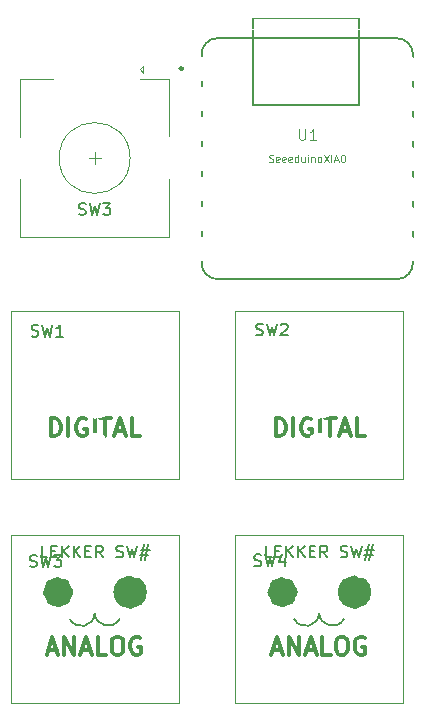
<source format=gto>
%TF.GenerationSoftware,KiCad,Pcbnew,7.0.1*%
%TF.CreationDate,2023-03-19T03:20:37-04:00*%
%TF.ProjectId,Fluxpad,466c7578-7061-4642-9e6b-696361645f70,rev?*%
%TF.SameCoordinates,Original*%
%TF.FileFunction,Legend,Top*%
%TF.FilePolarity,Positive*%
%FSLAX46Y46*%
G04 Gerber Fmt 4.6, Leading zero omitted, Abs format (unit mm)*
G04 Created by KiCad (PCBNEW 7.0.1) date 2023-03-19 03:20:37*
%MOMM*%
%LPD*%
G01*
G04 APERTURE LIST*
%ADD10C,0.200000*%
%ADD11C,1.300000*%
%ADD12C,1.403840*%
%ADD13C,0.300000*%
%ADD14C,0.150000*%
%ADD15C,0.101600*%
%ADD16C,0.076200*%
%ADD17C,0.120000*%
%ADD18C,0.127000*%
%ADD19C,0.254000*%
%ADD20C,1.448000*%
%ADD21C,1.750000*%
%ADD22O,3.000000X2.000000*%
%ADD23C,3.050000*%
%ADD24C,4.000000*%
%ADD25C,2.800000*%
%ADD26C,2.000000*%
%ADD27R,2.000000X2.000000*%
%ADD28O,2.000000X3.600000*%
%TA.AperFunction,Profile*%
%ADD29C,0.100000*%
%TD*%
G04 APERTURE END LIST*
D10*
X108399946Y-115000030D02*
G75*
G03*
X110499999Y-114500000I979354J546830D01*
G01*
D11*
X127050000Y-112700000D02*
G75*
G03*
X127050000Y-112700000I-650000J0D01*
G01*
D10*
X127399946Y-115000030D02*
G75*
G03*
X129499999Y-114500000I979354J546830D01*
G01*
D12*
X114201920Y-112700000D02*
G75*
G03*
X114201920Y-112700000I-701920J0D01*
G01*
D11*
X108050000Y-112700000D02*
G75*
G03*
X108050000Y-112700000I-650000J0D01*
G01*
D12*
X133201920Y-112700000D02*
G75*
G03*
X133201920Y-112700000I-701920J0D01*
G01*
D10*
X129500070Y-114499995D02*
G75*
G03*
X131600000Y-115000000I1129230J82895D01*
G01*
X110499930Y-114500005D02*
G75*
G03*
X112600000Y-115000000I1129270J82805D01*
G01*
D13*
X106771428Y-99493928D02*
X106771428Y-97993928D01*
X106771428Y-97993928D02*
X107128571Y-97993928D01*
X107128571Y-97993928D02*
X107342857Y-98065357D01*
X107342857Y-98065357D02*
X107485714Y-98208214D01*
X107485714Y-98208214D02*
X107557143Y-98351071D01*
X107557143Y-98351071D02*
X107628571Y-98636785D01*
X107628571Y-98636785D02*
X107628571Y-98851071D01*
X107628571Y-98851071D02*
X107557143Y-99136785D01*
X107557143Y-99136785D02*
X107485714Y-99279642D01*
X107485714Y-99279642D02*
X107342857Y-99422500D01*
X107342857Y-99422500D02*
X107128571Y-99493928D01*
X107128571Y-99493928D02*
X106771428Y-99493928D01*
X108271428Y-99493928D02*
X108271428Y-97993928D01*
X109771429Y-98065357D02*
X109628572Y-97993928D01*
X109628572Y-97993928D02*
X109414286Y-97993928D01*
X109414286Y-97993928D02*
X109200000Y-98065357D01*
X109200000Y-98065357D02*
X109057143Y-98208214D01*
X109057143Y-98208214D02*
X108985714Y-98351071D01*
X108985714Y-98351071D02*
X108914286Y-98636785D01*
X108914286Y-98636785D02*
X108914286Y-98851071D01*
X108914286Y-98851071D02*
X108985714Y-99136785D01*
X108985714Y-99136785D02*
X109057143Y-99279642D01*
X109057143Y-99279642D02*
X109200000Y-99422500D01*
X109200000Y-99422500D02*
X109414286Y-99493928D01*
X109414286Y-99493928D02*
X109557143Y-99493928D01*
X109557143Y-99493928D02*
X109771429Y-99422500D01*
X109771429Y-99422500D02*
X109842857Y-99351071D01*
X109842857Y-99351071D02*
X109842857Y-98851071D01*
X109842857Y-98851071D02*
X109557143Y-98851071D01*
X110485714Y-99493928D02*
X110485714Y-97993928D01*
X110985715Y-97993928D02*
X111842858Y-97993928D01*
X111414286Y-99493928D02*
X111414286Y-97993928D01*
X112271429Y-99065357D02*
X112985715Y-99065357D01*
X112128572Y-99493928D02*
X112628572Y-97993928D01*
X112628572Y-97993928D02*
X113128572Y-99493928D01*
X114342857Y-99493928D02*
X113628571Y-99493928D01*
X113628571Y-99493928D02*
X113628571Y-97993928D01*
X125571428Y-117565357D02*
X126285714Y-117565357D01*
X125428571Y-117993928D02*
X125928571Y-116493928D01*
X125928571Y-116493928D02*
X126428571Y-117993928D01*
X126928570Y-117993928D02*
X126928570Y-116493928D01*
X126928570Y-116493928D02*
X127785713Y-117993928D01*
X127785713Y-117993928D02*
X127785713Y-116493928D01*
X128428571Y-117565357D02*
X129142857Y-117565357D01*
X128285714Y-117993928D02*
X128785714Y-116493928D01*
X128785714Y-116493928D02*
X129285714Y-117993928D01*
X130499999Y-117993928D02*
X129785713Y-117993928D01*
X129785713Y-117993928D02*
X129785713Y-116493928D01*
X131285714Y-116493928D02*
X131571428Y-116493928D01*
X131571428Y-116493928D02*
X131714285Y-116565357D01*
X131714285Y-116565357D02*
X131857142Y-116708214D01*
X131857142Y-116708214D02*
X131928571Y-116993928D01*
X131928571Y-116993928D02*
X131928571Y-117493928D01*
X131928571Y-117493928D02*
X131857142Y-117779642D01*
X131857142Y-117779642D02*
X131714285Y-117922500D01*
X131714285Y-117922500D02*
X131571428Y-117993928D01*
X131571428Y-117993928D02*
X131285714Y-117993928D01*
X131285714Y-117993928D02*
X131142857Y-117922500D01*
X131142857Y-117922500D02*
X130999999Y-117779642D01*
X130999999Y-117779642D02*
X130928571Y-117493928D01*
X130928571Y-117493928D02*
X130928571Y-116993928D01*
X130928571Y-116993928D02*
X130999999Y-116708214D01*
X130999999Y-116708214D02*
X131142857Y-116565357D01*
X131142857Y-116565357D02*
X131285714Y-116493928D01*
X133357143Y-116565357D02*
X133214286Y-116493928D01*
X133214286Y-116493928D02*
X133000000Y-116493928D01*
X133000000Y-116493928D02*
X132785714Y-116565357D01*
X132785714Y-116565357D02*
X132642857Y-116708214D01*
X132642857Y-116708214D02*
X132571428Y-116851071D01*
X132571428Y-116851071D02*
X132500000Y-117136785D01*
X132500000Y-117136785D02*
X132500000Y-117351071D01*
X132500000Y-117351071D02*
X132571428Y-117636785D01*
X132571428Y-117636785D02*
X132642857Y-117779642D01*
X132642857Y-117779642D02*
X132785714Y-117922500D01*
X132785714Y-117922500D02*
X133000000Y-117993928D01*
X133000000Y-117993928D02*
X133142857Y-117993928D01*
X133142857Y-117993928D02*
X133357143Y-117922500D01*
X133357143Y-117922500D02*
X133428571Y-117851071D01*
X133428571Y-117851071D02*
X133428571Y-117351071D01*
X133428571Y-117351071D02*
X133142857Y-117351071D01*
X125821428Y-99493928D02*
X125821428Y-97993928D01*
X125821428Y-97993928D02*
X126178571Y-97993928D01*
X126178571Y-97993928D02*
X126392857Y-98065357D01*
X126392857Y-98065357D02*
X126535714Y-98208214D01*
X126535714Y-98208214D02*
X126607143Y-98351071D01*
X126607143Y-98351071D02*
X126678571Y-98636785D01*
X126678571Y-98636785D02*
X126678571Y-98851071D01*
X126678571Y-98851071D02*
X126607143Y-99136785D01*
X126607143Y-99136785D02*
X126535714Y-99279642D01*
X126535714Y-99279642D02*
X126392857Y-99422500D01*
X126392857Y-99422500D02*
X126178571Y-99493928D01*
X126178571Y-99493928D02*
X125821428Y-99493928D01*
X127321428Y-99493928D02*
X127321428Y-97993928D01*
X128821429Y-98065357D02*
X128678572Y-97993928D01*
X128678572Y-97993928D02*
X128464286Y-97993928D01*
X128464286Y-97993928D02*
X128250000Y-98065357D01*
X128250000Y-98065357D02*
X128107143Y-98208214D01*
X128107143Y-98208214D02*
X128035714Y-98351071D01*
X128035714Y-98351071D02*
X127964286Y-98636785D01*
X127964286Y-98636785D02*
X127964286Y-98851071D01*
X127964286Y-98851071D02*
X128035714Y-99136785D01*
X128035714Y-99136785D02*
X128107143Y-99279642D01*
X128107143Y-99279642D02*
X128250000Y-99422500D01*
X128250000Y-99422500D02*
X128464286Y-99493928D01*
X128464286Y-99493928D02*
X128607143Y-99493928D01*
X128607143Y-99493928D02*
X128821429Y-99422500D01*
X128821429Y-99422500D02*
X128892857Y-99351071D01*
X128892857Y-99351071D02*
X128892857Y-98851071D01*
X128892857Y-98851071D02*
X128607143Y-98851071D01*
X129535714Y-99493928D02*
X129535714Y-97993928D01*
X130035715Y-97993928D02*
X130892858Y-97993928D01*
X130464286Y-99493928D02*
X130464286Y-97993928D01*
X131321429Y-99065357D02*
X132035715Y-99065357D01*
X131178572Y-99493928D02*
X131678572Y-97993928D01*
X131678572Y-97993928D02*
X132178572Y-99493928D01*
X133392857Y-99493928D02*
X132678571Y-99493928D01*
X132678571Y-99493928D02*
X132678571Y-97993928D01*
X106571428Y-117565357D02*
X107285714Y-117565357D01*
X106428571Y-117993928D02*
X106928571Y-116493928D01*
X106928571Y-116493928D02*
X107428571Y-117993928D01*
X107928570Y-117993928D02*
X107928570Y-116493928D01*
X107928570Y-116493928D02*
X108785713Y-117993928D01*
X108785713Y-117993928D02*
X108785713Y-116493928D01*
X109428571Y-117565357D02*
X110142857Y-117565357D01*
X109285714Y-117993928D02*
X109785714Y-116493928D01*
X109785714Y-116493928D02*
X110285714Y-117993928D01*
X111499999Y-117993928D02*
X110785713Y-117993928D01*
X110785713Y-117993928D02*
X110785713Y-116493928D01*
X112285714Y-116493928D02*
X112571428Y-116493928D01*
X112571428Y-116493928D02*
X112714285Y-116565357D01*
X112714285Y-116565357D02*
X112857142Y-116708214D01*
X112857142Y-116708214D02*
X112928571Y-116993928D01*
X112928571Y-116993928D02*
X112928571Y-117493928D01*
X112928571Y-117493928D02*
X112857142Y-117779642D01*
X112857142Y-117779642D02*
X112714285Y-117922500D01*
X112714285Y-117922500D02*
X112571428Y-117993928D01*
X112571428Y-117993928D02*
X112285714Y-117993928D01*
X112285714Y-117993928D02*
X112142857Y-117922500D01*
X112142857Y-117922500D02*
X111999999Y-117779642D01*
X111999999Y-117779642D02*
X111928571Y-117493928D01*
X111928571Y-117493928D02*
X111928571Y-116993928D01*
X111928571Y-116993928D02*
X111999999Y-116708214D01*
X111999999Y-116708214D02*
X112142857Y-116565357D01*
X112142857Y-116565357D02*
X112285714Y-116493928D01*
X114357143Y-116565357D02*
X114214286Y-116493928D01*
X114214286Y-116493928D02*
X114000000Y-116493928D01*
X114000000Y-116493928D02*
X113785714Y-116565357D01*
X113785714Y-116565357D02*
X113642857Y-116708214D01*
X113642857Y-116708214D02*
X113571428Y-116851071D01*
X113571428Y-116851071D02*
X113500000Y-117136785D01*
X113500000Y-117136785D02*
X113500000Y-117351071D01*
X113500000Y-117351071D02*
X113571428Y-117636785D01*
X113571428Y-117636785D02*
X113642857Y-117779642D01*
X113642857Y-117779642D02*
X113785714Y-117922500D01*
X113785714Y-117922500D02*
X114000000Y-117993928D01*
X114000000Y-117993928D02*
X114142857Y-117993928D01*
X114142857Y-117993928D02*
X114357143Y-117922500D01*
X114357143Y-117922500D02*
X114428571Y-117851071D01*
X114428571Y-117851071D02*
X114428571Y-117351071D01*
X114428571Y-117351071D02*
X114142857Y-117351071D01*
D14*
%TO.C,U2*%
X105016667Y-110515000D02*
X105159524Y-110562619D01*
X105159524Y-110562619D02*
X105397619Y-110562619D01*
X105397619Y-110562619D02*
X105492857Y-110515000D01*
X105492857Y-110515000D02*
X105540476Y-110467380D01*
X105540476Y-110467380D02*
X105588095Y-110372142D01*
X105588095Y-110372142D02*
X105588095Y-110276904D01*
X105588095Y-110276904D02*
X105540476Y-110181666D01*
X105540476Y-110181666D02*
X105492857Y-110134047D01*
X105492857Y-110134047D02*
X105397619Y-110086428D01*
X105397619Y-110086428D02*
X105207143Y-110038809D01*
X105207143Y-110038809D02*
X105111905Y-109991190D01*
X105111905Y-109991190D02*
X105064286Y-109943571D01*
X105064286Y-109943571D02*
X105016667Y-109848333D01*
X105016667Y-109848333D02*
X105016667Y-109753095D01*
X105016667Y-109753095D02*
X105064286Y-109657857D01*
X105064286Y-109657857D02*
X105111905Y-109610238D01*
X105111905Y-109610238D02*
X105207143Y-109562619D01*
X105207143Y-109562619D02*
X105445238Y-109562619D01*
X105445238Y-109562619D02*
X105588095Y-109610238D01*
X105921429Y-109562619D02*
X106159524Y-110562619D01*
X106159524Y-110562619D02*
X106350000Y-109848333D01*
X106350000Y-109848333D02*
X106540476Y-110562619D01*
X106540476Y-110562619D02*
X106778572Y-109562619D01*
X107064286Y-109562619D02*
X107683333Y-109562619D01*
X107683333Y-109562619D02*
X107350000Y-109943571D01*
X107350000Y-109943571D02*
X107492857Y-109943571D01*
X107492857Y-109943571D02*
X107588095Y-109991190D01*
X107588095Y-109991190D02*
X107635714Y-110038809D01*
X107635714Y-110038809D02*
X107683333Y-110134047D01*
X107683333Y-110134047D02*
X107683333Y-110372142D01*
X107683333Y-110372142D02*
X107635714Y-110467380D01*
X107635714Y-110467380D02*
X107588095Y-110515000D01*
X107588095Y-110515000D02*
X107492857Y-110562619D01*
X107492857Y-110562619D02*
X107207143Y-110562619D01*
X107207143Y-110562619D02*
X107111905Y-110515000D01*
X107111905Y-110515000D02*
X107064286Y-110467380D01*
X106476190Y-109762619D02*
X106000000Y-109762619D01*
X106000000Y-109762619D02*
X106000000Y-108762619D01*
X106809524Y-109238809D02*
X107142857Y-109238809D01*
X107285714Y-109762619D02*
X106809524Y-109762619D01*
X106809524Y-109762619D02*
X106809524Y-108762619D01*
X106809524Y-108762619D02*
X107285714Y-108762619D01*
X107714286Y-109762619D02*
X107714286Y-108762619D01*
X108285714Y-109762619D02*
X107857143Y-109191190D01*
X108285714Y-108762619D02*
X107714286Y-109334047D01*
X108714286Y-109762619D02*
X108714286Y-108762619D01*
X109285714Y-109762619D02*
X108857143Y-109191190D01*
X109285714Y-108762619D02*
X108714286Y-109334047D01*
X109714286Y-109238809D02*
X110047619Y-109238809D01*
X110190476Y-109762619D02*
X109714286Y-109762619D01*
X109714286Y-109762619D02*
X109714286Y-108762619D01*
X109714286Y-108762619D02*
X110190476Y-108762619D01*
X111190476Y-109762619D02*
X110857143Y-109286428D01*
X110619048Y-109762619D02*
X110619048Y-108762619D01*
X110619048Y-108762619D02*
X111000000Y-108762619D01*
X111000000Y-108762619D02*
X111095238Y-108810238D01*
X111095238Y-108810238D02*
X111142857Y-108857857D01*
X111142857Y-108857857D02*
X111190476Y-108953095D01*
X111190476Y-108953095D02*
X111190476Y-109095952D01*
X111190476Y-109095952D02*
X111142857Y-109191190D01*
X111142857Y-109191190D02*
X111095238Y-109238809D01*
X111095238Y-109238809D02*
X111000000Y-109286428D01*
X111000000Y-109286428D02*
X110619048Y-109286428D01*
X112333334Y-109715000D02*
X112476191Y-109762619D01*
X112476191Y-109762619D02*
X112714286Y-109762619D01*
X112714286Y-109762619D02*
X112809524Y-109715000D01*
X112809524Y-109715000D02*
X112857143Y-109667380D01*
X112857143Y-109667380D02*
X112904762Y-109572142D01*
X112904762Y-109572142D02*
X112904762Y-109476904D01*
X112904762Y-109476904D02*
X112857143Y-109381666D01*
X112857143Y-109381666D02*
X112809524Y-109334047D01*
X112809524Y-109334047D02*
X112714286Y-109286428D01*
X112714286Y-109286428D02*
X112523810Y-109238809D01*
X112523810Y-109238809D02*
X112428572Y-109191190D01*
X112428572Y-109191190D02*
X112380953Y-109143571D01*
X112380953Y-109143571D02*
X112333334Y-109048333D01*
X112333334Y-109048333D02*
X112333334Y-108953095D01*
X112333334Y-108953095D02*
X112380953Y-108857857D01*
X112380953Y-108857857D02*
X112428572Y-108810238D01*
X112428572Y-108810238D02*
X112523810Y-108762619D01*
X112523810Y-108762619D02*
X112761905Y-108762619D01*
X112761905Y-108762619D02*
X112904762Y-108810238D01*
X113238096Y-108762619D02*
X113476191Y-109762619D01*
X113476191Y-109762619D02*
X113666667Y-109048333D01*
X113666667Y-109048333D02*
X113857143Y-109762619D01*
X113857143Y-109762619D02*
X114095239Y-108762619D01*
X114428572Y-109095952D02*
X115142857Y-109095952D01*
X114714286Y-108667380D02*
X114428572Y-109953095D01*
X115047619Y-109524523D02*
X114333334Y-109524523D01*
X114761905Y-109953095D02*
X115047619Y-108667380D01*
%TO.C,U3*%
X124016667Y-110465000D02*
X124159524Y-110512619D01*
X124159524Y-110512619D02*
X124397619Y-110512619D01*
X124397619Y-110512619D02*
X124492857Y-110465000D01*
X124492857Y-110465000D02*
X124540476Y-110417380D01*
X124540476Y-110417380D02*
X124588095Y-110322142D01*
X124588095Y-110322142D02*
X124588095Y-110226904D01*
X124588095Y-110226904D02*
X124540476Y-110131666D01*
X124540476Y-110131666D02*
X124492857Y-110084047D01*
X124492857Y-110084047D02*
X124397619Y-110036428D01*
X124397619Y-110036428D02*
X124207143Y-109988809D01*
X124207143Y-109988809D02*
X124111905Y-109941190D01*
X124111905Y-109941190D02*
X124064286Y-109893571D01*
X124064286Y-109893571D02*
X124016667Y-109798333D01*
X124016667Y-109798333D02*
X124016667Y-109703095D01*
X124016667Y-109703095D02*
X124064286Y-109607857D01*
X124064286Y-109607857D02*
X124111905Y-109560238D01*
X124111905Y-109560238D02*
X124207143Y-109512619D01*
X124207143Y-109512619D02*
X124445238Y-109512619D01*
X124445238Y-109512619D02*
X124588095Y-109560238D01*
X124921429Y-109512619D02*
X125159524Y-110512619D01*
X125159524Y-110512619D02*
X125350000Y-109798333D01*
X125350000Y-109798333D02*
X125540476Y-110512619D01*
X125540476Y-110512619D02*
X125778572Y-109512619D01*
X126588095Y-109845952D02*
X126588095Y-110512619D01*
X126350000Y-109465000D02*
X126111905Y-110179285D01*
X126111905Y-110179285D02*
X126730952Y-110179285D01*
X125476190Y-109762619D02*
X125000000Y-109762619D01*
X125000000Y-109762619D02*
X125000000Y-108762619D01*
X125809524Y-109238809D02*
X126142857Y-109238809D01*
X126285714Y-109762619D02*
X125809524Y-109762619D01*
X125809524Y-109762619D02*
X125809524Y-108762619D01*
X125809524Y-108762619D02*
X126285714Y-108762619D01*
X126714286Y-109762619D02*
X126714286Y-108762619D01*
X127285714Y-109762619D02*
X126857143Y-109191190D01*
X127285714Y-108762619D02*
X126714286Y-109334047D01*
X127714286Y-109762619D02*
X127714286Y-108762619D01*
X128285714Y-109762619D02*
X127857143Y-109191190D01*
X128285714Y-108762619D02*
X127714286Y-109334047D01*
X128714286Y-109238809D02*
X129047619Y-109238809D01*
X129190476Y-109762619D02*
X128714286Y-109762619D01*
X128714286Y-109762619D02*
X128714286Y-108762619D01*
X128714286Y-108762619D02*
X129190476Y-108762619D01*
X130190476Y-109762619D02*
X129857143Y-109286428D01*
X129619048Y-109762619D02*
X129619048Y-108762619D01*
X129619048Y-108762619D02*
X130000000Y-108762619D01*
X130000000Y-108762619D02*
X130095238Y-108810238D01*
X130095238Y-108810238D02*
X130142857Y-108857857D01*
X130142857Y-108857857D02*
X130190476Y-108953095D01*
X130190476Y-108953095D02*
X130190476Y-109095952D01*
X130190476Y-109095952D02*
X130142857Y-109191190D01*
X130142857Y-109191190D02*
X130095238Y-109238809D01*
X130095238Y-109238809D02*
X130000000Y-109286428D01*
X130000000Y-109286428D02*
X129619048Y-109286428D01*
X131333334Y-109715000D02*
X131476191Y-109762619D01*
X131476191Y-109762619D02*
X131714286Y-109762619D01*
X131714286Y-109762619D02*
X131809524Y-109715000D01*
X131809524Y-109715000D02*
X131857143Y-109667380D01*
X131857143Y-109667380D02*
X131904762Y-109572142D01*
X131904762Y-109572142D02*
X131904762Y-109476904D01*
X131904762Y-109476904D02*
X131857143Y-109381666D01*
X131857143Y-109381666D02*
X131809524Y-109334047D01*
X131809524Y-109334047D02*
X131714286Y-109286428D01*
X131714286Y-109286428D02*
X131523810Y-109238809D01*
X131523810Y-109238809D02*
X131428572Y-109191190D01*
X131428572Y-109191190D02*
X131380953Y-109143571D01*
X131380953Y-109143571D02*
X131333334Y-109048333D01*
X131333334Y-109048333D02*
X131333334Y-108953095D01*
X131333334Y-108953095D02*
X131380953Y-108857857D01*
X131380953Y-108857857D02*
X131428572Y-108810238D01*
X131428572Y-108810238D02*
X131523810Y-108762619D01*
X131523810Y-108762619D02*
X131761905Y-108762619D01*
X131761905Y-108762619D02*
X131904762Y-108810238D01*
X132238096Y-108762619D02*
X132476191Y-109762619D01*
X132476191Y-109762619D02*
X132666667Y-109048333D01*
X132666667Y-109048333D02*
X132857143Y-109762619D01*
X132857143Y-109762619D02*
X133095239Y-108762619D01*
X133428572Y-109095952D02*
X134142857Y-109095952D01*
X133714286Y-108667380D02*
X133428572Y-109953095D01*
X134047619Y-109524523D02*
X133333334Y-109524523D01*
X133761905Y-109953095D02*
X134047619Y-108667380D01*
D15*
%TO.C,U1*%
X127826889Y-73522269D02*
X127826889Y-74241936D01*
X127826889Y-74241936D02*
X127869223Y-74326602D01*
X127869223Y-74326602D02*
X127911556Y-74368936D01*
X127911556Y-74368936D02*
X127996223Y-74411269D01*
X127996223Y-74411269D02*
X128165556Y-74411269D01*
X128165556Y-74411269D02*
X128250223Y-74368936D01*
X128250223Y-74368936D02*
X128292556Y-74326602D01*
X128292556Y-74326602D02*
X128334889Y-74241936D01*
X128334889Y-74241936D02*
X128334889Y-73522269D01*
X129223889Y-74411269D02*
X128715889Y-74411269D01*
X128969889Y-74411269D02*
X128969889Y-73522269D01*
X128969889Y-73522269D02*
X128885222Y-73649269D01*
X128885222Y-73649269D02*
X128800556Y-73733936D01*
X128800556Y-73733936D02*
X128715889Y-73776269D01*
D16*
X125282052Y-76252984D02*
X125369138Y-76282012D01*
X125369138Y-76282012D02*
X125514280Y-76282012D01*
X125514280Y-76282012D02*
X125572338Y-76252984D01*
X125572338Y-76252984D02*
X125601366Y-76223955D01*
X125601366Y-76223955D02*
X125630395Y-76165898D01*
X125630395Y-76165898D02*
X125630395Y-76107841D01*
X125630395Y-76107841D02*
X125601366Y-76049784D01*
X125601366Y-76049784D02*
X125572338Y-76020755D01*
X125572338Y-76020755D02*
X125514280Y-75991726D01*
X125514280Y-75991726D02*
X125398166Y-75962698D01*
X125398166Y-75962698D02*
X125340109Y-75933669D01*
X125340109Y-75933669D02*
X125311080Y-75904641D01*
X125311080Y-75904641D02*
X125282052Y-75846584D01*
X125282052Y-75846584D02*
X125282052Y-75788526D01*
X125282052Y-75788526D02*
X125311080Y-75730469D01*
X125311080Y-75730469D02*
X125340109Y-75701441D01*
X125340109Y-75701441D02*
X125398166Y-75672412D01*
X125398166Y-75672412D02*
X125543309Y-75672412D01*
X125543309Y-75672412D02*
X125630395Y-75701441D01*
X126123880Y-76252984D02*
X126065823Y-76282012D01*
X126065823Y-76282012D02*
X125949709Y-76282012D01*
X125949709Y-76282012D02*
X125891651Y-76252984D01*
X125891651Y-76252984D02*
X125862623Y-76194926D01*
X125862623Y-76194926D02*
X125862623Y-75962698D01*
X125862623Y-75962698D02*
X125891651Y-75904641D01*
X125891651Y-75904641D02*
X125949709Y-75875612D01*
X125949709Y-75875612D02*
X126065823Y-75875612D01*
X126065823Y-75875612D02*
X126123880Y-75904641D01*
X126123880Y-75904641D02*
X126152909Y-75962698D01*
X126152909Y-75962698D02*
X126152909Y-76020755D01*
X126152909Y-76020755D02*
X125862623Y-76078812D01*
X126646394Y-76252984D02*
X126588337Y-76282012D01*
X126588337Y-76282012D02*
X126472223Y-76282012D01*
X126472223Y-76282012D02*
X126414165Y-76252984D01*
X126414165Y-76252984D02*
X126385137Y-76194926D01*
X126385137Y-76194926D02*
X126385137Y-75962698D01*
X126385137Y-75962698D02*
X126414165Y-75904641D01*
X126414165Y-75904641D02*
X126472223Y-75875612D01*
X126472223Y-75875612D02*
X126588337Y-75875612D01*
X126588337Y-75875612D02*
X126646394Y-75904641D01*
X126646394Y-75904641D02*
X126675423Y-75962698D01*
X126675423Y-75962698D02*
X126675423Y-76020755D01*
X126675423Y-76020755D02*
X126385137Y-76078812D01*
X127168908Y-76252984D02*
X127110851Y-76282012D01*
X127110851Y-76282012D02*
X126994737Y-76282012D01*
X126994737Y-76282012D02*
X126936679Y-76252984D01*
X126936679Y-76252984D02*
X126907651Y-76194926D01*
X126907651Y-76194926D02*
X126907651Y-75962698D01*
X126907651Y-75962698D02*
X126936679Y-75904641D01*
X126936679Y-75904641D02*
X126994737Y-75875612D01*
X126994737Y-75875612D02*
X127110851Y-75875612D01*
X127110851Y-75875612D02*
X127168908Y-75904641D01*
X127168908Y-75904641D02*
X127197937Y-75962698D01*
X127197937Y-75962698D02*
X127197937Y-76020755D01*
X127197937Y-76020755D02*
X126907651Y-76078812D01*
X127720451Y-76282012D02*
X127720451Y-75672412D01*
X127720451Y-76252984D02*
X127662393Y-76282012D01*
X127662393Y-76282012D02*
X127546279Y-76282012D01*
X127546279Y-76282012D02*
X127488222Y-76252984D01*
X127488222Y-76252984D02*
X127459193Y-76223955D01*
X127459193Y-76223955D02*
X127430165Y-76165898D01*
X127430165Y-76165898D02*
X127430165Y-75991726D01*
X127430165Y-75991726D02*
X127459193Y-75933669D01*
X127459193Y-75933669D02*
X127488222Y-75904641D01*
X127488222Y-75904641D02*
X127546279Y-75875612D01*
X127546279Y-75875612D02*
X127662393Y-75875612D01*
X127662393Y-75875612D02*
X127720451Y-75904641D01*
X128271994Y-75875612D02*
X128271994Y-76282012D01*
X128010736Y-75875612D02*
X128010736Y-76194926D01*
X128010736Y-76194926D02*
X128039765Y-76252984D01*
X128039765Y-76252984D02*
X128097822Y-76282012D01*
X128097822Y-76282012D02*
X128184908Y-76282012D01*
X128184908Y-76282012D02*
X128242965Y-76252984D01*
X128242965Y-76252984D02*
X128271994Y-76223955D01*
X128562279Y-76282012D02*
X128562279Y-75875612D01*
X128562279Y-75672412D02*
X128533251Y-75701441D01*
X128533251Y-75701441D02*
X128562279Y-75730469D01*
X128562279Y-75730469D02*
X128591308Y-75701441D01*
X128591308Y-75701441D02*
X128562279Y-75672412D01*
X128562279Y-75672412D02*
X128562279Y-75730469D01*
X128852565Y-75875612D02*
X128852565Y-76282012D01*
X128852565Y-75933669D02*
X128881594Y-75904641D01*
X128881594Y-75904641D02*
X128939651Y-75875612D01*
X128939651Y-75875612D02*
X129026737Y-75875612D01*
X129026737Y-75875612D02*
X129084794Y-75904641D01*
X129084794Y-75904641D02*
X129113823Y-75962698D01*
X129113823Y-75962698D02*
X129113823Y-76282012D01*
X129491194Y-76282012D02*
X129433137Y-76252984D01*
X129433137Y-76252984D02*
X129404108Y-76223955D01*
X129404108Y-76223955D02*
X129375080Y-76165898D01*
X129375080Y-76165898D02*
X129375080Y-75991726D01*
X129375080Y-75991726D02*
X129404108Y-75933669D01*
X129404108Y-75933669D02*
X129433137Y-75904641D01*
X129433137Y-75904641D02*
X129491194Y-75875612D01*
X129491194Y-75875612D02*
X129578280Y-75875612D01*
X129578280Y-75875612D02*
X129636337Y-75904641D01*
X129636337Y-75904641D02*
X129665366Y-75933669D01*
X129665366Y-75933669D02*
X129694394Y-75991726D01*
X129694394Y-75991726D02*
X129694394Y-76165898D01*
X129694394Y-76165898D02*
X129665366Y-76223955D01*
X129665366Y-76223955D02*
X129636337Y-76252984D01*
X129636337Y-76252984D02*
X129578280Y-76282012D01*
X129578280Y-76282012D02*
X129491194Y-76282012D01*
X129897594Y-75672412D02*
X130303994Y-76282012D01*
X130303994Y-75672412D02*
X129897594Y-76282012D01*
X130536222Y-76282012D02*
X130536222Y-75672412D01*
X130797480Y-76107841D02*
X131087766Y-76107841D01*
X130739423Y-76282012D02*
X130942623Y-75672412D01*
X130942623Y-75672412D02*
X131145823Y-76282012D01*
X131465137Y-75672412D02*
X131581251Y-75672412D01*
X131581251Y-75672412D02*
X131639308Y-75701441D01*
X131639308Y-75701441D02*
X131697365Y-75759498D01*
X131697365Y-75759498D02*
X131726394Y-75875612D01*
X131726394Y-75875612D02*
X131726394Y-76078812D01*
X131726394Y-76078812D02*
X131697365Y-76194926D01*
X131697365Y-76194926D02*
X131639308Y-76252984D01*
X131639308Y-76252984D02*
X131581251Y-76282012D01*
X131581251Y-76282012D02*
X131465137Y-76282012D01*
X131465137Y-76282012D02*
X131407080Y-76252984D01*
X131407080Y-76252984D02*
X131349022Y-76194926D01*
X131349022Y-76194926D02*
X131319994Y-76078812D01*
X131319994Y-76078812D02*
X131319994Y-75875612D01*
X131319994Y-75875612D02*
X131349022Y-75759498D01*
X131349022Y-75759498D02*
X131407080Y-75701441D01*
X131407080Y-75701441D02*
X131465137Y-75672412D01*
D14*
%TO.C,SW2*%
X124166667Y-90915000D02*
X124309524Y-90962619D01*
X124309524Y-90962619D02*
X124547619Y-90962619D01*
X124547619Y-90962619D02*
X124642857Y-90915000D01*
X124642857Y-90915000D02*
X124690476Y-90867380D01*
X124690476Y-90867380D02*
X124738095Y-90772142D01*
X124738095Y-90772142D02*
X124738095Y-90676904D01*
X124738095Y-90676904D02*
X124690476Y-90581666D01*
X124690476Y-90581666D02*
X124642857Y-90534047D01*
X124642857Y-90534047D02*
X124547619Y-90486428D01*
X124547619Y-90486428D02*
X124357143Y-90438809D01*
X124357143Y-90438809D02*
X124261905Y-90391190D01*
X124261905Y-90391190D02*
X124214286Y-90343571D01*
X124214286Y-90343571D02*
X124166667Y-90248333D01*
X124166667Y-90248333D02*
X124166667Y-90153095D01*
X124166667Y-90153095D02*
X124214286Y-90057857D01*
X124214286Y-90057857D02*
X124261905Y-90010238D01*
X124261905Y-90010238D02*
X124357143Y-89962619D01*
X124357143Y-89962619D02*
X124595238Y-89962619D01*
X124595238Y-89962619D02*
X124738095Y-90010238D01*
X125071429Y-89962619D02*
X125309524Y-90962619D01*
X125309524Y-90962619D02*
X125500000Y-90248333D01*
X125500000Y-90248333D02*
X125690476Y-90962619D01*
X125690476Y-90962619D02*
X125928572Y-89962619D01*
X126261905Y-90057857D02*
X126309524Y-90010238D01*
X126309524Y-90010238D02*
X126404762Y-89962619D01*
X126404762Y-89962619D02*
X126642857Y-89962619D01*
X126642857Y-89962619D02*
X126738095Y-90010238D01*
X126738095Y-90010238D02*
X126785714Y-90057857D01*
X126785714Y-90057857D02*
X126833333Y-90153095D01*
X126833333Y-90153095D02*
X126833333Y-90248333D01*
X126833333Y-90248333D02*
X126785714Y-90391190D01*
X126785714Y-90391190D02*
X126214286Y-90962619D01*
X126214286Y-90962619D02*
X126833333Y-90962619D01*
%TO.C,SW1*%
X105166667Y-91015000D02*
X105309524Y-91062619D01*
X105309524Y-91062619D02*
X105547619Y-91062619D01*
X105547619Y-91062619D02*
X105642857Y-91015000D01*
X105642857Y-91015000D02*
X105690476Y-90967380D01*
X105690476Y-90967380D02*
X105738095Y-90872142D01*
X105738095Y-90872142D02*
X105738095Y-90776904D01*
X105738095Y-90776904D02*
X105690476Y-90681666D01*
X105690476Y-90681666D02*
X105642857Y-90634047D01*
X105642857Y-90634047D02*
X105547619Y-90586428D01*
X105547619Y-90586428D02*
X105357143Y-90538809D01*
X105357143Y-90538809D02*
X105261905Y-90491190D01*
X105261905Y-90491190D02*
X105214286Y-90443571D01*
X105214286Y-90443571D02*
X105166667Y-90348333D01*
X105166667Y-90348333D02*
X105166667Y-90253095D01*
X105166667Y-90253095D02*
X105214286Y-90157857D01*
X105214286Y-90157857D02*
X105261905Y-90110238D01*
X105261905Y-90110238D02*
X105357143Y-90062619D01*
X105357143Y-90062619D02*
X105595238Y-90062619D01*
X105595238Y-90062619D02*
X105738095Y-90110238D01*
X106071429Y-90062619D02*
X106309524Y-91062619D01*
X106309524Y-91062619D02*
X106500000Y-90348333D01*
X106500000Y-90348333D02*
X106690476Y-91062619D01*
X106690476Y-91062619D02*
X106928572Y-90062619D01*
X107833333Y-91062619D02*
X107261905Y-91062619D01*
X107547619Y-91062619D02*
X107547619Y-90062619D01*
X107547619Y-90062619D02*
X107452381Y-90205476D01*
X107452381Y-90205476D02*
X107357143Y-90300714D01*
X107357143Y-90300714D02*
X107261905Y-90348333D01*
%TO.C,SW3*%
X109166667Y-80715000D02*
X109309524Y-80762619D01*
X109309524Y-80762619D02*
X109547619Y-80762619D01*
X109547619Y-80762619D02*
X109642857Y-80715000D01*
X109642857Y-80715000D02*
X109690476Y-80667380D01*
X109690476Y-80667380D02*
X109738095Y-80572142D01*
X109738095Y-80572142D02*
X109738095Y-80476904D01*
X109738095Y-80476904D02*
X109690476Y-80381666D01*
X109690476Y-80381666D02*
X109642857Y-80334047D01*
X109642857Y-80334047D02*
X109547619Y-80286428D01*
X109547619Y-80286428D02*
X109357143Y-80238809D01*
X109357143Y-80238809D02*
X109261905Y-80191190D01*
X109261905Y-80191190D02*
X109214286Y-80143571D01*
X109214286Y-80143571D02*
X109166667Y-80048333D01*
X109166667Y-80048333D02*
X109166667Y-79953095D01*
X109166667Y-79953095D02*
X109214286Y-79857857D01*
X109214286Y-79857857D02*
X109261905Y-79810238D01*
X109261905Y-79810238D02*
X109357143Y-79762619D01*
X109357143Y-79762619D02*
X109595238Y-79762619D01*
X109595238Y-79762619D02*
X109738095Y-79810238D01*
X110071429Y-79762619D02*
X110309524Y-80762619D01*
X110309524Y-80762619D02*
X110500000Y-80048333D01*
X110500000Y-80048333D02*
X110690476Y-80762619D01*
X110690476Y-80762619D02*
X110928572Y-79762619D01*
X111214286Y-79762619D02*
X111833333Y-79762619D01*
X111833333Y-79762619D02*
X111500000Y-80143571D01*
X111500000Y-80143571D02*
X111642857Y-80143571D01*
X111642857Y-80143571D02*
X111738095Y-80191190D01*
X111738095Y-80191190D02*
X111785714Y-80238809D01*
X111785714Y-80238809D02*
X111833333Y-80334047D01*
X111833333Y-80334047D02*
X111833333Y-80572142D01*
X111833333Y-80572142D02*
X111785714Y-80667380D01*
X111785714Y-80667380D02*
X111738095Y-80715000D01*
X111738095Y-80715000D02*
X111642857Y-80762619D01*
X111642857Y-80762619D02*
X111357143Y-80762619D01*
X111357143Y-80762619D02*
X111261905Y-80715000D01*
X111261905Y-80715000D02*
X111214286Y-80667380D01*
D17*
%TO.C,U2*%
X117600000Y-107900000D02*
X117600000Y-122100000D01*
X117600000Y-122100000D02*
X103400000Y-122100000D01*
X103400000Y-107900000D02*
X117600000Y-107900000D01*
X103400000Y-122100000D02*
X103400000Y-107900000D01*
%TO.C,U3*%
X136600000Y-107900000D02*
X136600000Y-122100000D01*
X136600000Y-122100000D02*
X122400000Y-122100000D01*
X122400000Y-107900000D02*
X136600000Y-107900000D01*
X122400000Y-122100000D02*
X122400000Y-107900000D01*
D10*
%TO.C,U1*%
X119550000Y-67200000D02*
X119550000Y-84850000D01*
X120950000Y-86200000D02*
X136100000Y-86200000D01*
D18*
X123911080Y-71428000D02*
X123911080Y-64074700D01*
D17*
X132910300Y-64074700D02*
X123911080Y-64074700D01*
D18*
X132910300Y-64074700D02*
X132910300Y-71428000D01*
X132910300Y-71428000D02*
X123911080Y-71428000D01*
D10*
X136050000Y-65800000D02*
X120900000Y-65800000D01*
X137450000Y-67200000D02*
X137450000Y-84800000D01*
X120900000Y-65800001D02*
G75*
G03*
X119550001Y-67200000I4J-1350896D01*
G01*
X119550001Y-84850000D02*
G75*
G03*
X120950000Y-86199999I1350896J4D01*
G01*
X137450000Y-67200000D02*
G75*
G03*
X136050000Y-65800000I-1400000J0D01*
G01*
X136100000Y-86199992D02*
G75*
G03*
X137449999Y-84800000I0J1350892D01*
G01*
D19*
X117959000Y-68380000D02*
G75*
G03*
X117959000Y-68380000I-127000J0D01*
G01*
D17*
%TO.C,SW2*%
X136600000Y-103100000D02*
X136600000Y-88900000D01*
X136600000Y-88900000D02*
X122400000Y-88900000D01*
X122400000Y-103100000D02*
X136600000Y-103100000D01*
X122400000Y-88900000D02*
X122400000Y-103100000D01*
%TO.C,SW1*%
X103400000Y-88900000D02*
X103400000Y-103100000D01*
X103400000Y-103100000D02*
X117600000Y-103100000D01*
X117600000Y-88900000D02*
X103400000Y-88900000D01*
X117600000Y-103100000D02*
X117600000Y-88900000D01*
%TO.C,SW3*%
X113500000Y-75950000D02*
G75*
G03*
X113500000Y-75950000I-3000000J0D01*
G01*
X114600000Y-68150000D02*
X114600000Y-68750000D01*
X114300000Y-68450000D02*
X114600000Y-68150000D01*
X104200000Y-82650000D02*
X104200000Y-77750000D01*
X104200000Y-74150000D02*
X104200000Y-69250000D01*
X114600000Y-68750000D02*
X114300000Y-68450000D01*
X111000000Y-75950000D02*
X110000000Y-75950000D01*
X116800000Y-74050000D02*
X116800000Y-69250000D01*
X116800000Y-69250000D02*
X114300000Y-69250000D01*
X116800000Y-82650000D02*
X104200000Y-82650000D01*
X110500000Y-75450000D02*
X110500000Y-76450000D01*
X104200000Y-69250000D02*
X107000000Y-69250000D01*
X116800000Y-77750000D02*
X116800000Y-82650000D01*
%TD*%
%LPC*%
D20*
%TO.C,H3*%
X102500000Y-105000000D03*
%TD*%
%TO.C,H2*%
X137500000Y-123000000D03*
%TD*%
%TO.C,H1*%
X102500000Y-67000000D03*
%TD*%
D21*
%TO.C,U2*%
X115580000Y-115000000D03*
X105420000Y-115000000D03*
%TD*%
%TO.C,U3*%
X134580000Y-115000000D03*
X124420000Y-115000000D03*
%TD*%
D22*
%TO.C,U1*%
X120118000Y-68380000D03*
X120118000Y-70920000D03*
X120118000Y-73460000D03*
X120118000Y-76000000D03*
X120118000Y-78540000D03*
X120118000Y-81080000D03*
X120118000Y-83620000D03*
X136882000Y-83620000D03*
X136882000Y-81080000D03*
X136882000Y-78540000D03*
X136882000Y-76000000D03*
X136882000Y-73460000D03*
X136882000Y-70920000D03*
X136882000Y-68380000D03*
%TD*%
D21*
%TO.C,SW2*%
X134580000Y-96000000D03*
D23*
X132040000Y-90920000D03*
D24*
X129500000Y-96000000D03*
D23*
X125690000Y-93460000D03*
D21*
X124420000Y-96000000D03*
%TD*%
%TO.C,SW1*%
X105420000Y-96000000D03*
D23*
X106690000Y-93460000D03*
D24*
X110500000Y-96000000D03*
D23*
X113040000Y-90920000D03*
D21*
X115580000Y-96000000D03*
%TD*%
D25*
%TO.C,SW3*%
X116100000Y-75950000D03*
X104900000Y-75950000D03*
D26*
X110500000Y-68450000D03*
X108000000Y-68450000D03*
D27*
X113000000Y-68450000D03*
%TD*%
D28*
%TO.C,D2*%
X129500000Y-101000000D03*
%TD*%
%TO.C,D3*%
X110500000Y-120000000D03*
%TD*%
%TO.C,D4*%
X129500000Y-120000000D03*
%TD*%
%TO.C,D1*%
X110650000Y-101000000D03*
%TD*%
D29*
X102500000Y-65000000D02*
G75*
G03*
X100500000Y-67000000I0J-2000000D01*
G01*
X139499998Y-99247352D02*
G75*
G03*
X139076923Y-98430554I-1000016J-8D01*
G01*
X100923077Y-98430554D02*
G75*
G03*
X100923077Y-91569446I-2423077J3430554D01*
G01*
X100923078Y-98430555D02*
G75*
G03*
X100500000Y-99247352I576940J-816808D01*
G01*
X139076923Y-91569446D02*
G75*
G03*
X139076923Y-98430554I2423077J-3430554D01*
G01*
X100500000Y-67000000D02*
X100500000Y-90752648D01*
X102500000Y-125000000D02*
X137500000Y-125000000D01*
X139500000Y-67000000D02*
G75*
G03*
X137500000Y-65000000I-2000000J0D01*
G01*
X100500002Y-90752648D02*
G75*
G03*
X100923078Y-91569445I1000017J9D01*
G01*
X139500000Y-90752648D02*
X139500000Y-67000000D01*
X137500000Y-65000000D02*
X102500000Y-65000000D01*
X137500000Y-125000000D02*
G75*
G03*
X139500000Y-123000000I0J2000000D01*
G01*
X100500000Y-99247352D02*
X100500000Y-123000000D01*
X100500000Y-123000000D02*
G75*
G03*
X102500000Y-125000000I2000000J0D01*
G01*
X139500000Y-123000000D02*
X139500000Y-99247352D01*
X139076922Y-91569445D02*
G75*
G03*
X139500000Y-90752648I-577098J816890D01*
G01*
M02*

</source>
